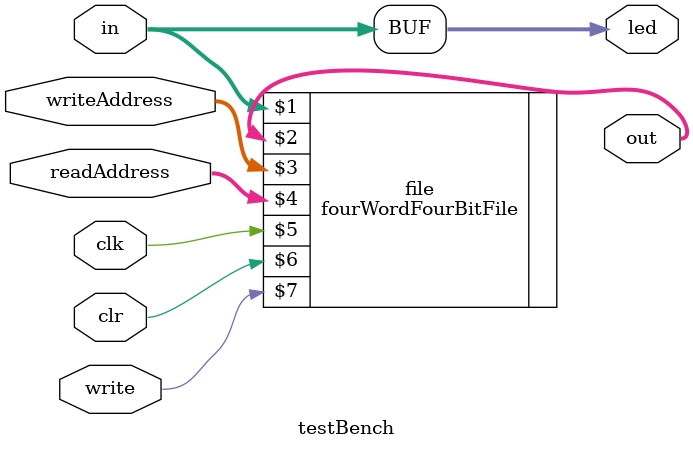
<source format=v>
`timescale 1ns / 1ps
module testBench(in, out, writeAddress, readAddress, clk, clr, write,led);
	input[3:0] in;
	output[3:0] out, led;
	input[1:0] writeAddress;
	input[1:0] readAddress;
	input clk, clr, write;
	
	assign led[0] = in[0];
	assign led[1] = in[1];
	assign led[2] = in[2];
	assign led[3] = in[3];
	
	fourWordFourBitFile file(in, out, writeAddress, readAddress, clk, clr, write);
	
endmodule

</source>
